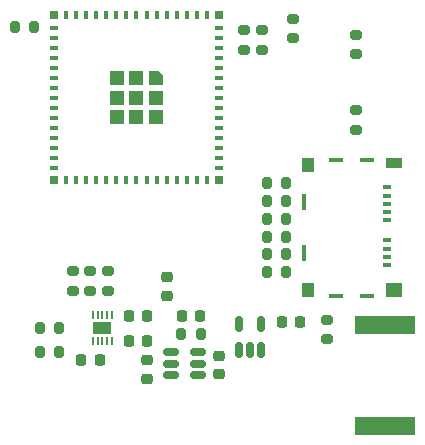
<source format=gbr>
%TF.GenerationSoftware,KiCad,Pcbnew,9.0.0*%
%TF.CreationDate,2025-05-09T11:29:12-04:00*%
%TF.ProjectId,ESP32 Ground Station,45535033-3220-4477-926f-756e64205374,rev?*%
%TF.SameCoordinates,Original*%
%TF.FileFunction,Paste,Bot*%
%TF.FilePolarity,Positive*%
%FSLAX46Y46*%
G04 Gerber Fmt 4.6, Leading zero omitted, Abs format (unit mm)*
G04 Created by KiCad (PCBNEW 9.0.0) date 2025-05-09 11:29:12*
%MOMM*%
%LPD*%
G01*
G04 APERTURE LIST*
G04 Aperture macros list*
%AMRoundRect*
0 Rectangle with rounded corners*
0 $1 Rounding radius*
0 $2 $3 $4 $5 $6 $7 $8 $9 X,Y pos of 4 corners*
0 Add a 4 corners polygon primitive as box body*
4,1,4,$2,$3,$4,$5,$6,$7,$8,$9,$2,$3,0*
0 Add four circle primitives for the rounded corners*
1,1,$1+$1,$2,$3*
1,1,$1+$1,$4,$5*
1,1,$1+$1,$6,$7*
1,1,$1+$1,$8,$9*
0 Add four rect primitives between the rounded corners*
20,1,$1+$1,$2,$3,$4,$5,0*
20,1,$1+$1,$4,$5,$6,$7,0*
20,1,$1+$1,$6,$7,$8,$9,0*
20,1,$1+$1,$8,$9,$2,$3,0*%
%AMOutline5P*
0 Free polygon, 5 corners , with rotation*
0 The origin of the aperture is its center*
0 number of corners: always 5*
0 $1 to $10 corner X, Y*
0 $11 Rotation angle, in degrees counterclockwise*
0 create outline with 5 corners*
4,1,5,$1,$2,$3,$4,$5,$6,$7,$8,$9,$10,$1,$2,$11*%
%AMOutline6P*
0 Free polygon, 6 corners , with rotation*
0 The origin of the aperture is its center*
0 number of corners: always 6*
0 $1 to $12 corner X, Y*
0 $13 Rotation angle, in degrees counterclockwise*
0 create outline with 6 corners*
4,1,6,$1,$2,$3,$4,$5,$6,$7,$8,$9,$10,$11,$12,$1,$2,$13*%
%AMOutline7P*
0 Free polygon, 7 corners , with rotation*
0 The origin of the aperture is its center*
0 number of corners: always 7*
0 $1 to $14 corner X, Y*
0 $15 Rotation angle, in degrees counterclockwise*
0 create outline with 7 corners*
4,1,7,$1,$2,$3,$4,$5,$6,$7,$8,$9,$10,$11,$12,$13,$14,$1,$2,$15*%
%AMOutline8P*
0 Free polygon, 8 corners , with rotation*
0 The origin of the aperture is its center*
0 number of corners: always 8*
0 $1 to $16 corner X, Y*
0 $17 Rotation angle, in degrees counterclockwise*
0 create outline with 8 corners*
4,1,8,$1,$2,$3,$4,$5,$6,$7,$8,$9,$10,$11,$12,$13,$14,$15,$16,$1,$2,$17*%
G04 Aperture macros list end*
%ADD10R,5.080000X1.500000*%
%ADD11RoundRect,0.200000X0.275000X-0.200000X0.275000X0.200000X-0.275000X0.200000X-0.275000X-0.200000X0*%
%ADD12RoundRect,0.200000X0.200000X0.275000X-0.200000X0.275000X-0.200000X-0.275000X0.200000X-0.275000X0*%
%ADD13RoundRect,0.200000X-0.275000X0.200000X-0.275000X-0.200000X0.275000X-0.200000X0.275000X0.200000X0*%
%ADD14RoundRect,0.225000X-0.250000X0.225000X-0.250000X-0.225000X0.250000X-0.225000X0.250000X0.225000X0*%
%ADD15RoundRect,0.150000X-0.512500X-0.150000X0.512500X-0.150000X0.512500X0.150000X-0.512500X0.150000X0*%
%ADD16R,0.203200X0.660400*%
%ADD17R,1.600200X0.990600*%
%ADD18RoundRect,0.200000X-0.200000X-0.275000X0.200000X-0.275000X0.200000X0.275000X-0.200000X0.275000X0*%
%ADD19RoundRect,0.225000X0.225000X0.250000X-0.225000X0.250000X-0.225000X-0.250000X0.225000X-0.250000X0*%
%ADD20RoundRect,0.225000X-0.225000X-0.250000X0.225000X-0.250000X0.225000X0.250000X-0.225000X0.250000X0*%
%ADD21R,0.700000X0.450000*%
%ADD22R,1.200000X0.400000*%
%ADD23R,1.400000X0.950000*%
%ADD24R,1.000000X1.300000*%
%ADD25R,0.400000X1.400000*%
%ADD26R,1.400000X1.300000*%
%ADD27RoundRect,0.150000X0.150000X-0.512500X0.150000X0.512500X-0.150000X0.512500X-0.150000X-0.512500X0*%
%ADD28RoundRect,0.218750X0.256250X-0.218750X0.256250X0.218750X-0.256250X0.218750X-0.256250X-0.218750X0*%
%ADD29R,0.800000X0.400000*%
%ADD30R,0.400000X0.800000*%
%ADD31R,1.200000X1.200000*%
%ADD32Outline5P,-0.600000X0.600000X0.600000X0.600000X0.600000X-0.600000X-0.204000X-0.600000X-0.600000X-0.204000X180.000000*%
%ADD33R,0.800000X0.800000*%
G04 APERTURE END LIST*
D10*
%TO.C,J4*%
X233410000Y-100250000D03*
X233410000Y-108750000D03*
%TD*%
D11*
%TO.C,R4*%
X231000000Y-77325000D03*
X231000000Y-75675000D03*
%TD*%
D12*
%TO.C,R19*%
X205875000Y-102500000D03*
X204225000Y-102500000D03*
%TD*%
%TO.C,R14*%
X217825000Y-101000000D03*
X216175000Y-101000000D03*
%TD*%
D13*
%TO.C,R2*%
X210000000Y-95675000D03*
X210000000Y-97325000D03*
%TD*%
D14*
%TO.C,C10*%
X219375000Y-102850000D03*
X219375000Y-104400000D03*
%TD*%
D15*
%TO.C,U5*%
X215362500Y-104450000D03*
X215362500Y-103500000D03*
X215362500Y-102550000D03*
X217637500Y-102550000D03*
X217637500Y-103500000D03*
X217637500Y-104450000D03*
%TD*%
D16*
%TO.C,U6*%
X210300100Y-101630300D03*
X209900050Y-101630300D03*
X209500000Y-101630300D03*
X209099950Y-101630300D03*
X208699900Y-101630300D03*
X208699900Y-99369700D03*
X209099950Y-99369700D03*
X209500000Y-99369700D03*
X209900050Y-99369700D03*
X210300100Y-99369700D03*
D17*
X209500000Y-100500000D03*
%TD*%
D12*
%TO.C,R6*%
X225075000Y-95750000D03*
X223425000Y-95750000D03*
%TD*%
D18*
%TO.C,R15*%
X202100000Y-75000000D03*
X203750000Y-75000000D03*
%TD*%
D13*
%TO.C,R13*%
X228500000Y-99800000D03*
X228500000Y-101450000D03*
%TD*%
D19*
%TO.C,C1*%
X213275000Y-99500000D03*
X211725000Y-99500000D03*
%TD*%
D13*
%TO.C,R22*%
X225625000Y-74300000D03*
X225625000Y-75950000D03*
%TD*%
D20*
%TO.C,C3*%
X207735000Y-103180000D03*
X209285000Y-103180000D03*
%TD*%
D12*
%TO.C,R8*%
X225075000Y-92750000D03*
X223425000Y-92750000D03*
%TD*%
%TO.C,R10*%
X225075000Y-89750000D03*
X223425000Y-89750000D03*
%TD*%
D13*
%TO.C,R1*%
X208500000Y-95675000D03*
X208500000Y-97325000D03*
%TD*%
%TO.C,R16*%
X221500000Y-75300000D03*
X221500000Y-76950000D03*
%TD*%
D12*
%TO.C,R7*%
X225075000Y-94250000D03*
X223425000Y-94250000D03*
%TD*%
D13*
%TO.C,R17*%
X223050000Y-75300000D03*
X223050000Y-76950000D03*
%TD*%
D21*
%TO.C,J1*%
X233635000Y-95180000D03*
X233635000Y-94480000D03*
X233635000Y-93780000D03*
X233635000Y-93080000D03*
X233635000Y-91380000D03*
X233635000Y-90680000D03*
X233635000Y-89280000D03*
X233635000Y-88580000D03*
X233635000Y-89980000D03*
D22*
X231875000Y-86250000D03*
X229275000Y-86250000D03*
D23*
X234175000Y-86525000D03*
D24*
X226915000Y-86700000D03*
D25*
X226615000Y-89860000D03*
X226615000Y-94110000D03*
D26*
X234175000Y-97300000D03*
D24*
X226915000Y-97300000D03*
D22*
X231875000Y-97750000D03*
X229275000Y-97750000D03*
%TD*%
D12*
%TO.C,R12*%
X225075000Y-91250000D03*
X223425000Y-91250000D03*
%TD*%
D27*
%TO.C,U3*%
X222950000Y-102387500D03*
X222000000Y-102387500D03*
X221050000Y-102387500D03*
X221050000Y-100112500D03*
X222950000Y-100112500D03*
%TD*%
D19*
%TO.C,C2*%
X213280000Y-101580000D03*
X211730000Y-101580000D03*
%TD*%
%TO.C,C4*%
X217775000Y-99499997D03*
X216225000Y-99499997D03*
%TD*%
D12*
%TO.C,R11*%
X225075000Y-88250000D03*
X223425000Y-88250000D03*
%TD*%
D19*
%TO.C,C11*%
X226275000Y-100000000D03*
X224725000Y-100000000D03*
%TD*%
D28*
%TO.C,D5*%
X213250000Y-104787501D03*
X213250000Y-103212499D03*
%TD*%
D29*
%TO.C,U1*%
X219400000Y-75050000D03*
X219400000Y-75900000D03*
X219400000Y-76750000D03*
X219400000Y-77600000D03*
X219400000Y-78450000D03*
X219400000Y-79300000D03*
X219400000Y-80150000D03*
X219400000Y-81000000D03*
X219400000Y-81850000D03*
X219400000Y-82700000D03*
X219400000Y-83550000D03*
X219400000Y-84400000D03*
X219400000Y-85250000D03*
X219400000Y-86100000D03*
X219400000Y-86950000D03*
D30*
X218350000Y-88000000D03*
X217500000Y-88000000D03*
X216650000Y-88000000D03*
X215800000Y-88000000D03*
X214950000Y-88000000D03*
X214100000Y-88000000D03*
X213250000Y-88000000D03*
X212400000Y-88000000D03*
X211550000Y-88000000D03*
X210700000Y-88000000D03*
X209850000Y-88000000D03*
X209000000Y-88000000D03*
X208150000Y-88000000D03*
X207300000Y-88000000D03*
X206450000Y-88000000D03*
D29*
X205400000Y-86950000D03*
X205400000Y-86100000D03*
X205400000Y-85250000D03*
X205400000Y-84400000D03*
X205400000Y-83550000D03*
X205400000Y-82700000D03*
X205400000Y-81850000D03*
X205400000Y-81000000D03*
X205400000Y-80150000D03*
X205400000Y-79300000D03*
X205400000Y-78450000D03*
X205400000Y-77600000D03*
X205400000Y-76750000D03*
X205400000Y-75900000D03*
X205400000Y-75050000D03*
D30*
X206450000Y-74000000D03*
X207300000Y-74000000D03*
X208150000Y-74000000D03*
X209000000Y-74000000D03*
X209850000Y-74000000D03*
X210700000Y-74000000D03*
X211550000Y-74000000D03*
X212400000Y-74000000D03*
X213250000Y-74000000D03*
X214100000Y-74000000D03*
X214950000Y-74000000D03*
X215800000Y-74000000D03*
X216650000Y-74000000D03*
X217500000Y-74000000D03*
X218350000Y-74000000D03*
D31*
X214050000Y-82650000D03*
X214050000Y-81000000D03*
D32*
X214050000Y-79350000D03*
D31*
X212400000Y-82650000D03*
X212400000Y-81000000D03*
X212400000Y-79350000D03*
X210750000Y-82650000D03*
X210750000Y-81000000D03*
X210750000Y-79350000D03*
D33*
X219400000Y-74000000D03*
X219400000Y-88000000D03*
X205400000Y-88000000D03*
X205400000Y-74000000D03*
%TD*%
D28*
%TO.C,D4*%
X215000000Y-97787501D03*
X215000000Y-96212499D03*
%TD*%
D13*
%TO.C,R3*%
X231000000Y-82050000D03*
X231000000Y-83700000D03*
%TD*%
%TO.C,R5*%
X207019999Y-95675000D03*
X207019999Y-97325000D03*
%TD*%
D12*
%TO.C,R20*%
X205875000Y-100500000D03*
X204225000Y-100500000D03*
%TD*%
M02*

</source>
